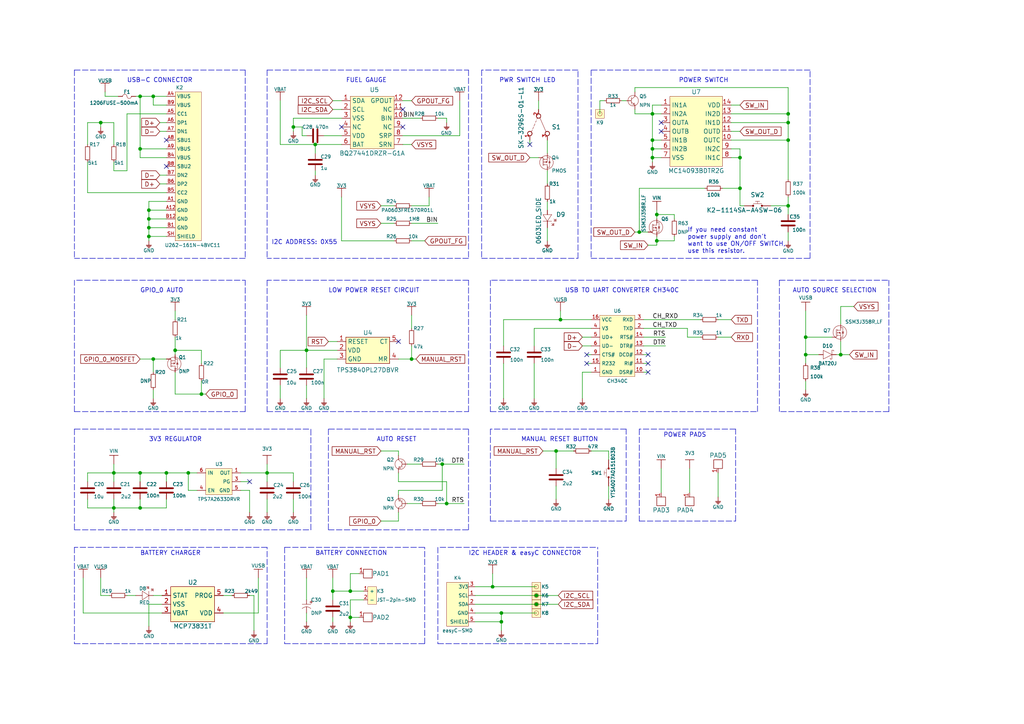
<source format=kicad_sch>
(kicad_sch (version 20211123) (generator eeschema)
  (paper "A4")
  (title_block (title "Soldered Inkplate PLUS2") (date "2023-04-13") (rev "V1.1.0.") (company "SOLDERED"))
  (junction (at 233.68 102.87))
  (junction (at 48.26 137.16))
  (junction (at 145.415 180.34))
  (junction (at 190.5 62.23))
  (junction (at 129.54 146.05))
  (junction (at 185.42 67.31))
  (junction (at 33.02 147.32))
  (junction (at 189.23 43.18))
  (junction (at 119.38 104.14))
  (junction (at 214.63 45.72))
  (junction (at 43.18 68.58))
  (junction (at 40.64 147.32))
  (junction (at 40.64 137.16))
  (junction (at 214.63 54.61))
  (junction (at 77.47 137.16))
  (junction (at 43.18 60.96))
  (junction (at 33.02 137.16))
  (junction (at 43.18 63.5))
  (junction (at 85.09 36.83))
  (junction (at 228.6 35.56))
  (junction (at 142.875 170.18))
  (junction (at 189.23 45.72))
  (junction (at 128.27 134.62))
  (junction (at 228.6 40.64))
  (junction (at 161.29 130.81))
  (junction (at 228.6 33.02))
  (junction (at 44.45 104.14))
  (junction (at 101.6 171.45))
  (junction (at 155.575 172.72))
  (junction (at 44.45 27.94) (diameter 0.9144))
  (junction (at 29.21 35.56))
  (junction (at 91.44 41.91))
  (junction (at 189.23 33.02))
  (junction (at 162.56 92.71))
  (junction (at 155.575 175.26))
  (junction (at 189.23 40.64))
  (junction (at 43.18 66.04))
  (junction (at 228.6 59.69))
  (junction (at 88.9 101.6))
  (junction (at 190.5 69.85))
  (junction (at 96.52 171.45))
  (junction (at 243.84 102.87))
  (junction (at 101.6 179.07))
  (junction (at 58.42 114.3))
  (junction (at 40.64 43.18) (diameter 0.9144))
  (junction (at 54.61 137.16))
  (junction (at 233.68 97.79))
  (junction (at 40.64 27.94) (diameter 0.9144))
  (junction (at 50.8 101.6))
  (junction (at 145.415 177.8))
  (no_connect (at 99.06 36.83))
  (no_connect (at 187.96 107.95))
  (no_connect (at 153.67 41.91))
  (no_connect (at 187.96 102.87))
  (no_connect (at 170.18 102.87))
  (no_connect (at 48.26 48.26))
  (no_connect (at 170.18 105.41))
  (no_connect (at 187.96 105.41))
  (no_connect (at 48.26 40.64))
  (no_connect (at 116.84 36.83))
  (no_connect (at 116.84 31.75))
  (no_connect (at 72.39 139.7))
  (no_connect (at 191.77 35.56))
  (no_connect (at 191.77 38.1))
  (no_connect (at 115.57 99.06))
  (wire (pts (xy 91.44 50.8) (xy 91.44 49.53)))
  (wire (pts (xy 96.52 31.75) (xy 99.06 31.75)))
  (wire (pts (xy 101.6 166.37) (xy 101.6 171.45)))
  (polyline (pts (xy 234.95 74.93) (xy 234.95 20.32)))
  (wire (pts (xy 186.69 92.71) (xy 203.2 92.71)))
  (wire (pts (xy 57.15 142.24) (xy 54.61 142.24)))
  (wire (pts (xy 127 146.05) (xy 129.54 146.05)))
  (wire (pts (xy 87.63 36.83) (xy 85.09 36.83)))
  (wire (pts (xy 34.29 27.94) (xy 30.48 27.94)))
  (wire (pts (xy 170.18 102.87) (xy 171.45 102.87)))
  (wire (pts (xy 88.9 101.6) (xy 88.9 106.68)))
  (wire (pts (xy 93.98 39.37) (xy 99.06 39.37)))
  (polyline (pts (xy 21.59 119.38) (xy 71.12 119.38)))
  (wire (pts (xy 25.4 144.78) (xy 25.4 147.32)))
  (wire (pts (xy 57.15 137.16) (xy 54.61 137.16)))
  (wire (pts (xy 73.66 172.72) (xy 73.66 182.88)))
  (wire (pts (xy 101.6 180.34) (xy 101.6 179.07)))
  (polyline (pts (xy 71.12 119.38) (xy 71.12 81.28)))
  (wire (pts (xy 190.5 60.96) (xy 190.5 62.23)))
  (wire (pts (xy 161.29 140.97) (xy 161.29 144.78)))
  (wire (pts (xy 243.84 102.87) (xy 246.38 102.87)))
  (wire (pts (xy 195.58 69.85) (xy 190.5 69.85)))
  (wire (pts (xy 40.64 43.18) (xy 48.26 43.18)))
  (wire (pts (xy 87.63 39.37) (xy 87.63 36.83)))
  (wire (pts (xy 97.79 101.6) (xy 88.9 101.6)))
  (wire (pts (xy 119.38 69.85) (xy 123.19 69.85)))
  (polyline (pts (xy 171.45 74.93) (xy 234.95 74.93)))
  (wire (pts (xy 119.38 91.44) (xy 119.38 95.25)))
  (wire (pts (xy 72.39 172.72) (xy 73.66 172.72)))
  (wire (pts (xy 40.64 27.94) (xy 44.45 27.94)))
  (polyline (pts (xy 173.355 186.69) (xy 173.355 158.75)))
  (polyline (pts (xy 167.64 74.93) (xy 167.64 20.32)))
  (wire (pts (xy 142.875 170.18) (xy 155.575 170.18)))
  (wire (pts (xy 153.67 40.64) (xy 153.67 41.91)))
  (wire (pts (xy 168.91 107.95) (xy 171.45 107.95)))
  (wire (pts (xy 134.62 134.62) (xy 128.27 134.62)))
  (wire (pts (xy 185.42 54.61) (xy 204.47 54.61)))
  (wire (pts (xy 228.6 59.69) (xy 228.6 62.23)))
  (wire (pts (xy 81.28 41.91) (xy 91.44 41.91)))
  (wire (pts (xy 33.02 134.62) (xy 33.02 137.16)))
  (polyline (pts (xy 95.25 124.46) (xy 95.25 153.67)))
  (wire (pts (xy 40.64 144.78) (xy 40.64 147.32)))
  (polyline (pts (xy 213.36 151.13) (xy 213.36 124.46)))
  (wire (pts (xy 134.62 146.05) (xy 129.54 146.05)))
  (wire (pts (xy 118.11 146.05) (xy 121.92 146.05)))
  (wire (pts (xy 242.57 102.87) (xy 243.84 102.87)))
  (wire (pts (xy 99.06 69.85) (xy 114.3 69.85)))
  (wire (pts (xy 233.68 97.79) (xy 241.3 97.79)))
  (wire (pts (xy 110.49 64.77) (xy 114.3 64.77)))
  (wire (pts (xy 189.23 40.64) (xy 189.23 43.18)))
  (wire (pts (xy 137.795 170.18) (xy 142.875 170.18)))
  (polyline (pts (xy 82.55 186.69) (xy 123.19 186.69)))
  (wire (pts (xy 29.21 172.72) (xy 31.75 172.72)))
  (wire (pts (xy 233.68 110.49) (xy 233.68 113.03)))
  (wire (pts (xy 85.09 144.78) (xy 85.09 148.59)))
  (wire (pts (xy 25.4 55.88) (xy 48.26 55.88)))
  (polyline (pts (xy 82.55 158.75) (xy 123.19 158.75)))
  (wire (pts (xy 69.85 139.7) (xy 72.39 139.7)))
  (wire (pts (xy 44.45 27.94) (xy 48.26 27.94)))
  (wire (pts (xy 162.56 90.17) (xy 162.56 92.71)))
  (wire (pts (xy 228.6 67.31) (xy 228.6 69.85)))
  (wire (pts (xy 81.28 101.6) (xy 88.9 101.6)))
  (wire (pts (xy 195.58 63.5) (xy 195.58 62.23)))
  (wire (pts (xy 158.75 66.04) (xy 158.75 69.85)))
  (wire (pts (xy 104.14 166.37) (xy 101.6 166.37)))
  (polyline (pts (xy 135.89 74.93) (xy 77.47 74.93)))
  (wire (pts (xy 48.26 45.72) (xy 40.64 45.72)))
  (wire (pts (xy 129.54 139.7) (xy 129.54 146.05)))
  (wire (pts (xy 119.38 59.69) (xy 124.46 59.69)))
  (polyline (pts (xy 22.225 81.28) (xy 71.12 81.28)))
  (polyline (pts (xy 21.59 153.67) (xy 90.17 153.67)))
  (wire (pts (xy 154.94 105.41) (xy 154.94 115.57)))
  (wire (pts (xy 64.77 172.72) (xy 67.31 172.72)))
  (wire (pts (xy 91.44 41.91) (xy 99.06 41.91)))
  (wire (pts (xy 162.56 92.71) (xy 171.45 92.71)))
  (wire (pts (xy 215.9 59.69) (xy 214.63 59.69)))
  (wire (pts (xy 156.21 29.21) (xy 156.21 31.75)))
  (wire (pts (xy 115.57 143.51) (xy 115.57 142.24)))
  (wire (pts (xy 88.9 177.8) (xy 88.9 180.34)))
  (wire (pts (xy 88.9 167.64) (xy 88.9 173.99)))
  (wire (pts (xy 195.58 62.23) (xy 190.5 62.23)))
  (wire (pts (xy 25.4 137.16) (xy 33.02 137.16)))
  (wire (pts (xy 168.91 100.33) (xy 171.45 100.33)))
  (wire (pts (xy 214.63 45.72) (xy 212.09 45.72)))
  (wire (pts (xy 40.64 104.14) (xy 44.45 104.14)))
  (wire (pts (xy 33.02 144.78) (xy 33.02 147.32)))
  (wire (pts (xy 58.42 105.41) (xy 58.42 101.6)))
  (wire (pts (xy 208.28 97.79) (xy 212.09 97.79)))
  (wire (pts (xy 189.23 30.48) (xy 189.23 33.02)))
  (wire (pts (xy 50.8 107.95) (xy 50.8 114.3)))
  (wire (pts (xy 39.37 172.72) (xy 36.83 172.72)))
  (polyline (pts (xy 77.47 20.32) (xy 135.89 20.32)))
  (wire (pts (xy 29.21 35.56) (xy 29.21 36.83)))
  (wire (pts (xy 96.52 171.45) (xy 96.52 173.99)))
  (wire (pts (xy 50.8 90.17) (xy 50.8 92.71)))
  (polyline (pts (xy 185.42 124.46) (xy 185.42 151.13)))
  (wire (pts (xy 25.4 35.56) (xy 29.21 35.56)))
  (wire (pts (xy 96.52 179.07) (xy 96.52 180.34)))
  (wire (pts (xy 69.85 137.16) (xy 77.47 137.16)))
  (wire (pts (xy 40.64 43.18) (xy 40.64 27.94)))
  (polyline (pts (xy 82.55 158.75) (xy 82.55 186.69)))
  (wire (pts (xy 99.06 57.15) (xy 99.06 69.85)))
  (wire (pts (xy 214.63 43.18) (xy 214.63 45.72)))
  (wire (pts (xy 233.68 102.87) (xy 233.68 97.79)))
  (wire (pts (xy 48.26 33.02) (xy 36.83 33.02)))
  (wire (pts (xy 40.64 137.16) (xy 40.64 139.7)))
  (wire (pts (xy 77.47 144.78) (xy 77.47 148.59)))
  (wire (pts (xy 101.6 179.07) (xy 101.6 173.99)))
  (polyline (pts (xy 139.7 20.32) (xy 139.7 74.93)))
  (wire (pts (xy 184.15 26.67) (xy 184.15 25.4)))
  (wire (pts (xy 33.02 137.16) (xy 33.02 139.7)))
  (wire (pts (xy 64.77 177.8) (xy 74.93 177.8)))
  (polyline (pts (xy 21.59 186.69) (xy 77.47 186.69)))
  (wire (pts (xy 184.15 67.31) (xy 185.42 67.31)))
  (wire (pts (xy 88.9 111.76) (xy 88.9 115.57)))
  (wire (pts (xy 191.77 43.18) (xy 189.23 43.18)))
  (polyline (pts (xy 77.47 186.69) (xy 77.47 158.75)))
  (wire (pts (xy 115.57 130.81) (xy 115.57 132.08)))
  (wire (pts (xy 44.45 104.14) (xy 44.45 107.95)))
  (wire (pts (xy 146.05 100.33) (xy 146.05 92.71)))
  (wire (pts (xy 208.28 92.71) (xy 212.09 92.71)))
  (wire (pts (xy 158.75 58.42) (xy 158.75 60.96)))
  (wire (pts (xy 200.025 135.89) (xy 200.025 142.875)))
  (wire (pts (xy 101.6 171.45) (xy 105.41 171.45)))
  (wire (pts (xy 190.5 62.23) (xy 190.5 63.5)))
  (wire (pts (xy 39.37 27.94) (xy 40.64 27.94)))
  (wire (pts (xy 175.26 29.21) (xy 173.99 29.21)))
  (wire (pts (xy 48.26 137.16) (xy 48.26 139.7)))
  (wire (pts (xy 186.69 100.33) (xy 193.04 100.33)))
  (wire (pts (xy 137.795 175.26) (xy 155.575 175.26)))
  (wire (pts (xy 153.67 45.72) (xy 156.21 45.72)))
  (wire (pts (xy 85.09 139.7) (xy 85.09 137.16)))
  (wire (pts (xy 99.06 29.21) (xy 96.52 29.21)))
  (wire (pts (xy 137.795 180.34) (xy 145.415 180.34)))
  (wire (pts (xy 48.26 30.48) (xy 44.45 30.48)))
  (wire (pts (xy 212.09 35.56) (xy 228.6 35.56)))
  (polyline (pts (xy 77.47 158.75) (xy 21.59 158.75)))
  (wire (pts (xy 85.09 36.83) (xy 85.09 34.29)))
  (wire (pts (xy 93.98 104.14) (xy 93.98 115.57)))
  (wire (pts (xy 25.4 46.99) (xy 25.4 55.88)))
  (wire (pts (xy 199.39 95.25) (xy 186.69 95.25)))
  (polyline (pts (xy 21.59 20.32) (xy 21.59 74.93)) (stroke (width 0) (type dash)))
  (wire (pts (xy 233.68 102.87) (xy 233.68 105.41)))
  (wire (pts (xy 46.355 38.1) (xy 48.26 38.1)))
  (wire (pts (xy 168.91 97.79) (xy 171.45 97.79)))
  (wire (pts (xy 119.38 100.33) (xy 119.38 104.14)))
  (polyline (pts (xy 21.59 124.46) (xy 21.59 153.67)))
  (wire (pts (xy 154.94 95.25) (xy 171.45 95.25)))
  (wire (pts (xy 48.26 137.16) (xy 40.64 137.16)))
  (wire (pts (xy 121.92 34.29) (xy 116.84 34.29)))
  (wire (pts (xy 189.23 33.02) (xy 189.23 40.64)))
  (wire (pts (xy 46.99 175.26) (xy 43.18 175.26)))
  (wire (pts (xy 237.49 102.87) (xy 233.68 102.87)))
  (wire (pts (xy 72.39 142.24) (xy 72.39 148.59)))
  (wire (pts (xy 54.61 137.16) (xy 48.26 137.16)))
  (polyline (pts (xy 127 158.75) (xy 127 186.69)))
  (wire (pts (xy 146.05 105.41) (xy 146.05 115.57)))
  (wire (pts (xy 24.13 177.8) (xy 24.13 167.64)))
  (wire (pts (xy 118.11 134.62) (xy 121.92 134.62)))
  (wire (pts (xy 191.77 40.64) (xy 189.23 40.64)))
  (wire (pts (xy 43.18 63.5) (xy 48.26 63.5)))
  (wire (pts (xy 43.18 68.58) (xy 43.18 69.85)))
  (polyline (pts (xy 21.59 158.75) (xy 21.59 186.69)))
  (polyline (pts (xy 142.24 119.38) (xy 219.71 119.38)))
  (polyline (pts (xy 77.47 119.38) (xy 135.89 119.38)))
  (wire (pts (xy 184.15 33.02) (xy 189.23 33.02)))
  (wire (pts (xy 186.69 102.87) (xy 187.96 102.87)))
  (wire (pts (xy 44.45 113.03) (xy 44.45 115.57)))
  (polyline (pts (xy 77.47 81.28) (xy 77.47 119.38)))
  (wire (pts (xy 137.795 177.8) (xy 145.415 177.8)))
  (wire (pts (xy 191.77 135.89) (xy 191.77 142.875)))
  (wire (pts (xy 115.57 151.13) (xy 115.57 148.59)))
  (polyline (pts (xy 71.12 74.93) (xy 21.59 74.93)) (stroke (width 0) (type dash)))
  (wire (pts (xy 212.09 33.02) (xy 228.6 33.02)))
  (wire (pts (xy 185.42 67.31) (xy 187.96 67.31)))
  (wire (pts (xy 43.18 68.58) (xy 48.26 68.58)))
  (wire (pts (xy 58.42 110.49) (xy 58.42 114.3)))
  (wire (pts (xy 36.83 33.02) (xy 36.83 49.53)))
  (wire (pts (xy 43.18 63.5) (xy 43.18 66.04)))
  (wire (pts (xy 155.575 175.26) (xy 161.925 175.26)))
  (wire (pts (xy 88.9 101.6) (xy 88.9 91.44)))
  (polyline (pts (xy 185.42 151.13) (xy 213.36 151.13)))
  (wire (pts (xy 85.09 137.16) (xy 77.47 137.16)))
  (wire (pts (xy 124.46 57.15) (xy 124.46 59.69)))
  (wire (pts (xy 127 34.29) (xy 129.54 34.29)))
  (wire (pts (xy 186.69 105.41) (xy 187.96 105.41)))
  (wire (pts (xy 129.54 34.29) (xy 129.54 35.56)))
  (wire (pts (xy 50.8 97.79) (xy 50.8 101.6)))
  (polyline (pts (xy 135.89 153.67) (xy 135.89 124.46)))
  (polyline (pts (xy 142.24 81.28) (xy 142.24 119.38)))
  (wire (pts (xy 29.21 167.64) (xy 29.21 172.72)))
  (wire (pts (xy 212.09 40.64) (xy 228.6 40.64)))
  (wire (pts (xy 161.29 135.89) (xy 161.29 130.81)))
  (polyline (pts (xy 95.25 153.67) (xy 135.89 153.67)))
  (wire (pts (xy 115.57 139.7) (xy 129.54 139.7)))
  (wire (pts (xy 128.27 142.24) (xy 128.27 134.62)))
  (polyline (pts (xy 127 186.69) (xy 173.355 186.69)))
  (polyline (pts (xy 234.95 20.32) (xy 171.45 20.32)))
  (polyline (pts (xy 142.24 151.13) (xy 181.61 151.13)))
  (wire (pts (xy 187.96 71.12) (xy 190.5 71.12)))
  (wire (pts (xy 46.355 53.34) (xy 48.26 53.34)))
  (wire (pts (xy 214.63 59.69) (xy 214.63 54.61)))
  (wire (pts (xy 146.05 92.71) (xy 162.56 92.71)))
  (wire (pts (xy 137.795 172.72) (xy 155.575 172.72)))
  (wire (pts (xy 228.6 25.4) (xy 228.6 33.02)))
  (wire (pts (xy 85.09 34.29) (xy 99.06 34.29)))
  (wire (pts (xy 58.42 114.3) (xy 50.8 114.3)))
  (wire (pts (xy 44.45 104.14) (xy 48.26 104.14)))
  (wire (pts (xy 91.44 44.45) (xy 91.44 41.91)))
  (wire (pts (xy 186.69 97.79) (xy 193.04 97.79)))
  (wire (pts (xy 195.58 68.58) (xy 195.58 69.85)))
  (polyline (pts (xy 90.17 153.67) (xy 90.17 124.46)))
  (wire (pts (xy 243.84 102.87) (xy 243.84 99.06)))
  (polyline (pts (xy 219.71 81.28) (xy 142.24 81.28)))
  (wire (pts (xy 157.48 130.81) (xy 161.29 130.81)))
  (wire (pts (xy 58.42 101.6) (xy 50.8 101.6)))
  (wire (pts (xy 190.5 68.58) (xy 190.5 69.85)))
  (wire (pts (xy 116.84 39.37) (xy 133.35 39.37)))
  (wire (pts (xy 115.57 142.24) (xy 128.27 142.24)))
  (wire (pts (xy 127 134.62) (xy 128.27 134.62)))
  (wire (pts (xy 69.85 142.24) (xy 72.39 142.24)))
  (wire (pts (xy 33.02 41.91) (xy 33.02 35.56)))
  (wire (pts (xy 228.6 35.56) (xy 228.6 40.64)))
  (wire (pts (xy 243.84 88.9) (xy 243.84 93.98)))
  (wire (pts (xy 33.02 147.32) (xy 33.02 148.59)))
  (wire (pts (xy 30.48 27.94) (xy 30.48 26.67)))
  (polyline (pts (xy 135.89 81.28) (xy 77.47 81.28)))
  (polyline (pts (xy 77.47 20.32) (xy 77.47 74.93)))
  (wire (pts (xy 46.355 35.56) (xy 48.26 35.56)))
  (wire (pts (xy 40.64 147.32) (xy 33.02 147.32)))
  (wire (pts (xy 158.75 49.53) (xy 158.75 53.34)))
  (wire (pts (xy 77.47 137.16) (xy 77.47 139.7)))
  (wire (pts (xy 228.6 57.15) (xy 228.6 59.69)))
  (wire (pts (xy 186.69 107.95) (xy 187.96 107.95)))
  (polyline (pts (xy 127.635 158.75) (xy 173.355 158.75)))
  (wire (pts (xy 43.18 66.04) (xy 48.26 66.04)))
  (wire (pts (xy 25.4 147.32) (xy 33.02 147.32)))
  (wire (pts (xy 170.18 105.41) (xy 171.45 105.41)))
  (wire (pts (xy 168.91 115.57) (xy 168.91 107.95)))
  (wire (pts (xy 176.53 130.81) (xy 176.53 133.35)))
  (polyline (pts (xy 135.89 124.46) (xy 95.25 124.46)))
  (wire (pts (xy 43.18 175.26) (xy 43.18 181.61)))
  (wire (pts (xy 33.02 49.53) (xy 33.02 46.99)))
  (wire (pts (xy 190.5 69.85) (xy 190.5 71.12)))
  (wire (pts (xy 203.2 97.79) (xy 199.39 97.79)))
  (wire (pts (xy 155.575 172.72) (xy 161.925 172.72)))
  (wire (pts (xy 161.29 130.81) (xy 166.37 130.81)))
  (wire (pts (xy 158.75 40.64) (xy 158.75 44.45)))
  (wire (pts (xy 115.57 104.14) (xy 119.38 104.14)))
  (wire (pts (xy 40.64 43.18) (xy 40.64 45.72)))
  (polyline (pts (xy 213.36 124.46) (xy 185.42 124.46)))
  (wire (pts (xy 247.65 88.9) (xy 243.84 88.9)))
  (wire (pts (xy 171.45 130.81) (xy 176.53 130.81)))
  (wire (pts (xy 43.18 66.04) (xy 43.18 68.58)))
  (polyline (pts (xy 226.06 81.28) (xy 226.06 119.38)))
  (polyline (pts (xy 226.06 81.28) (xy 257.81 81.28)))
  (wire (pts (xy 115.57 137.16) (xy 115.57 139.7)))
  (polyline (pts (xy 142.24 124.46) (xy 142.24 151.13)))
  (wire (pts (xy 119.38 29.21) (xy 116.84 29.21)))
  (wire (pts (xy 25.4 139.7) (xy 25.4 137.16)))
  (wire (pts (xy 191.77 33.02) (xy 189.23 33.02)))
  (wire (pts (xy 173.99 29.21) (xy 173.99 33.02)))
  (wire (pts (xy 74.93 167.64) (xy 74.93 177.8)))
  (wire (pts (xy 119.38 104.14) (xy 120.65 104.14)))
  (wire (pts (xy 44.45 30.48) (xy 44.45 27.94)))
  (wire (pts (xy 43.18 60.96) (xy 43.18 63.5)))
  (wire (pts (xy 212.09 43.18) (xy 214.63 43.18)))
  (wire (pts (xy 33.02 35.56) (xy 29.21 35.56)))
  (wire (pts (xy 88.9 39.37) (xy 87.63 39.37)))
  (wire (pts (xy 40.64 137.16) (xy 33.02 137.16)))
  (polyline (pts (xy 21.59 119.38) (xy 21.59 81.28)))
  (polyline (pts (xy 71.12 20.32) (xy 71.12 74.93)) (stroke (width 0) (type dash)))
  (wire (pts (xy 208.28 137.16) (xy 208.28 144.145)))
  (polyline (pts (xy 135.89 20.32) (xy 135.89 74.93)))
  (wire (pts (xy 43.18 60.96) (xy 48.26 60.96)))
  (polyline (pts (xy 219.71 119.38) (xy 219.71 81.28)))
  (wire (pts (xy 185.42 54.61) (xy 185.42 67.31)))
  (polyline (pts (xy 181.61 151.13) (xy 181.61 124.46)))
  (wire (pts (xy 101.6 179.07) (xy 104.14 179.07)))
  (wire (pts (xy 81.28 29.21) (xy 81.28 41.91)))
  (wire (pts (xy 81.28 111.76) (xy 81.28 115.57)))
  (polyline (pts (xy 123.19 186.69) (xy 123.19 158.75)))
  (wire (pts (xy 48.26 58.42) (xy 43.18 58.42)))
  (wire (pts (xy 145.415 177.8) (xy 145.415 180.34)))
  (wire (pts (xy 93.98 104.14) (xy 97.79 104.14)))
  (polyline (pts (xy 257.81 81.28) (xy 257.81 119.38)))
  (wire (pts (xy 50.8 101.6) (xy 50.8 102.87)))
  (wire (pts (xy 119.38 64.77) (xy 127 64.77)))
  (wire (pts (xy 96.52 167.64) (xy 96.52 171.45)))
  (wire (pts (xy 214.63 54.61) (xy 214.63 45.72)))
  (wire (pts (xy 119.38 41.91) (xy 116.84 41.91)))
  (wire (pts (xy 176.53 140.97) (xy 176.53 144.78)))
  (wire (pts (xy 212.09 30.48) (xy 214.63 30.48)))
  (wire (pts (xy 142.875 170.18) (xy 142.875 166.37)))
  (polyline (pts (xy 21.59 20.32) (xy 71.12 20.32)) (stroke (width 0) (type dash)))
  (wire (pts (xy 95.25 99.06) (xy 97.79 99.06)))
  (wire (pts (xy 46.355 50.8) (xy 48.26 50.8)))
  (wire (pts (xy 110.49 130.81) (xy 115.57 130.81)))
  (wire (pts (xy 228.6 40.64) (xy 228.6 52.07)))
  (wire (pts (xy 191.77 45.72) (xy 189.23 45.72)))
  (wire (pts (xy 189.23 43.18) (xy 189.23 45.72)))
  (wire (pts (xy 48.26 144.78) (xy 48.26 147.32)))
  (wire (pts (xy 223.52 59.69) (xy 228.6 59.69)))
  (wire (pts (xy 85.09 38.1) (xy 85.09 36.83)))
  (wire (pts (xy 145.415 180.34) (xy 145.415 182.88)))
  (polyline (pts (xy 171.45 20.32) (xy 171.45 74.93)))
  (wire (pts (xy 96.52 171.45) (xy 101.6 171.45)))
  (wire (pts (xy 180.34 29.21) (xy 181.61 29.21)))
  (wire (pts (xy 59.69 114.3) (xy 58.42 114.3)))
  (wire (pts (xy 199.39 97.79) (xy 199.39 95.25)))
  (wire (pts (xy 43.18 58.42) (xy 43.18 60.96)))
  (wire (pts (xy 48.26 147.32) (xy 40.64 147.32)))
  (wire (pts (xy 154.94 100.33) (xy 154.94 95.25)))
  (wire (pts (xy 228.6 33.02) (xy 228.6 35.56)))
  (polyline (pts (xy 139.7 74.93) (xy 167.64 74.93)))
  (wire (pts (xy 145.415 177.8) (xy 155.575 177.8)))
  (wire (pts (xy 184.15 25.4) (xy 228.6 25.4)))
  (wire (pts (xy 189.23 45.72) (xy 189.23 46.99)))
  (wire (pts (xy 81.28 106.68) (xy 81.28 101.6)))
  (wire (pts (xy 233.68 90.17) (xy 233.68 97.79)))
  (wire (pts (xy 25.4 41.91) (xy 25.4 35.56)))
  (polyline (pts (xy 167.64 20.32) (xy 139.7 20.32)))
  (wire (pts (xy 212.09 38.1) (xy 214.63 38.1)))
  (wire (pts (xy 110.49 151.13) (xy 115.57 151.13)))
  (wire (pts (xy 54.61 142.24) (xy 54.61 137.16)))
  (wire (pts (xy 184.15 33.02) (xy 184.15 31.75)))
  (polyline (pts (xy 181.61 124.46) (xy 142.24 124.46)))
  (wire (pts (xy 24.13 177.8) (xy 46.99 177.8)))
  (polyline (pts (xy 135.89 119.38) (xy 135.89 81.28)))
  (wire (pts (xy 44.45 172.72) (xy 46.99 172.72)))
  (wire (pts (xy 209.55 54.61) (xy 214.63 54.61)))
  (wire (pts (xy 36.83 49.53) (xy 33.02 49.53)))
  (wire (pts (xy 77.47 134.62) (xy 77.47 137.16)))
  (wire (pts (xy 191.77 30.48) (xy 189.23 30.48)))
  (wire (pts (xy 110.49 59.69) (xy 114.3 59.69)))
  (wire (pts (xy 101.6 173.99) (xy 105.41 173.99)))
  (polyline (pts (xy 257.81 119.38) (xy 226.06 119.38)))
  (polyline (pts (xy 21.59 124.46) (xy 90.17 124.46)))
  (wire (pts (xy 133.35 39.37) (xy 133.35 29.21)))
  (text "USB-C CONNECTOR\n" (at 55.88 24.13 180) (effects (font (size 1.27 1.27)) (justify right bottom)))
  (text "AUTO SOURCE SELECTION" (at 229.87 85.09 0) (effects (font (size 1.27 1.27)) (justify left bottom)))
  (text "FUEL GAUGE" (at 100.33 24.13 0) (effects (font (size 1.27 1.27)) (justify left bottom)))
  (text "MANUAL RESET BUTTON" (at 151.13 128.27 0) (effects (font (size 1.27 1.27)) (justify left bottom)))
  (text "GPIO_0 AUTO" (at 40.64 85.09 0) (effects (font (size 1.27 1.27)) (justify left bottom)))
  (text "3V3 REGULATOR" (at 43.18 128.27 0) (effects (font (size 1.27 1.27)) (justify left bottom)))
  (text "PWR SWITCH LED\n" (at 144.78 24.13 0) (effects (font (size 1.27 1.27)) (justify left bottom)))
  (text "USB TO UART CONVERTER CH340C" (at 163.83 85.09 0) (effects (font (size 1.27 1.27)) (justify left bottom)))
  (text "BATTERY CONNECTION" (at 91.44 161.29 0) (effects (font (size 1.27 1.27)) (justify left bottom)))
  (text "POWER SWITCH" (at 196.85 24.13 0) (effects (font (size 1.27 1.27)) (justify left bottom)))
  (text "If you need constant\npower supply and don't\nwant to use ON/OFF SWITCH,\nuse this resistor." (at 199.39 73.66 0) (effects (font (size 1.27 1.27)) (justify left bottom)))
  (text "I2C HEADER & easyC CONNECTOR" (at 135.89 161.29 0) (effects (font (size 1.27 1.27)) (justify left bottom)))
  (text "LOW POWER RESET CIRCUIT " (at 95.25 85.09 0) (effects (font (size 1.27 1.27)) (justify left bottom)))
  (text "AUTO RESET" (at 109.22 128.27 0) (effects (font (size 1.27 1.27)) (justify left bottom)))
  (text "POWER PADS\n" (at 192.405 127 0) (effects (font (size 1.27 1.27)) (justify left bottom)))
  (text "I2C ADDRESS: 0X55" (at 78.74 71.12 0) (effects (font (size 1.27 1.27)) (justify left bottom)))
  (text "BATTERY CHARGER" (at 40.64 161.29 0) (effects (font (size 1.27 1.27)) (justify left bottom)))
  (label "DTR" (at 193.04 100.33 180))
  (label "CH_RXD" (at 189.23 92.71 0))
  (label "RTS" (at 193.04 97.79 180))
  (label "BIN" (at 116.84 34.29 0))
  (label "DTR" (at 134.62 134.62 180))
  (label "BIN" (at 127 64.77 180))
  (label "CH_TXD" (at 189.23 95.25 0))
  (label "RTS" (at 134.62 146.05 180))
  (global_label "I2C_SDA" (shape input) (at 161.925 175.26 0) (property "Intersheet References" "${INTERSHEET_REFS}" (effects hide)))
  (global_label "MANUAL_RST" (shape input) (at 110.49 130.81 180) (property "Intersheet References" "${INTERSHEET_REFS}" (effects hide)))
  (global_label "SW_OUT_D" (shape input) (at 184.15 67.31 180) (property "Intersheet References" "${INTERSHEET_REFS}" (effects hide)))
  (global_label "SW_IN" (shape input) (at 214.63 30.48 0) (property "Intersheet References" "${INTERSHEET_REFS}" (effects hide)))
  (global_label "MANUAL_RST" (shape input) (at 157.48 130.81 180) (property "Intersheet References" "${INTERSHEET_REFS}" (effects hide)))
  (global_label "SW_IN" (shape input) (at 187.96 71.12 180) (property "Intersheet References" "${INTERSHEET_REFS}" (effects hide)))
  (global_label "GPIO_0" (shape input) (at 110.49 151.13 180) (property "Intersheet References" "${INTERSHEET_REFS}" (effects hide)))
  (global_label "I2C_SDA" (shape input) (at 96.52 31.75 180) (property "Intersheet References" "${INTERSHEET_REFS}" (effects hide)))
  (global_label "VSYS" (shape input) (at 119.38 41.91 0) (property "Intersheet References" "${INTERSHEET_REFS}" (effects hide)))
  (global_label "D-" (shape input) (at 168.91 100.33 180) (property "Intersheet References" "${INTERSHEET_REFS}" (effects hide)))
  (global_label "D-" (shape input) (at 46.355 50.8 180) (property "Intersheet References" "${INTERSHEET_REFS}" (effects hide)))
  (global_label "D+" (shape input) (at 46.355 53.34 180) (property "Intersheet References" "${INTERSHEET_REFS}" (effects hide)))
  (global_label "D+" (shape input) (at 46.355 35.56 180) (property "Intersheet References" "${INTERSHEET_REFS}" (effects hide)))
  (global_label "RXD" (shape input) (at 212.09 97.79 0) (property "Intersheet References" "${INTERSHEET_REFS}" (effects hide)))
  (global_label "MANUAL_RST" (shape input) (at 120.65 104.14 0) (property "Intersheet References" "${INTERSHEET_REFS}" (effects hide)))
  (global_label "D-" (shape input) (at 46.355 38.1 180) (property "Intersheet References" "${INTERSHEET_REFS}" (effects hide)))
  (global_label "RST" (shape input) (at 95.25 99.06 180) (property "Intersheet References" "${INTERSHEET_REFS}" (effects hide)))
  (global_label "I2C_SCL" (shape input) (at 96.52 29.21 180) (property "Intersheet References" "${INTERSHEET_REFS}" (effects hide)))
  (global_label "SW_OUT_D" (shape input) (at 153.67 45.72 180) (property "Intersheet References" "${INTERSHEET_REFS}" (effects hide)))
  (global_label "D+" (shape input) (at 168.91 97.79 180) (property "Intersheet References" "${INTERSHEET_REFS}" (effects hide)))
  (global_label "I2C_SCL" (shape input) (at 161.925 172.72 0) (property "Intersheet References" "${INTERSHEET_REFS}" (effects hide)))
  (global_label "GPIO_0_MOSFET" (shape input) (at 40.64 104.14 180) (property "Intersheet References" "${INTERSHEET_REFS}" (effects hide)))
  (global_label "GPOUT_FG" (shape input) (at 123.19 69.85 0) (property "Intersheet References" "${INTERSHEET_REFS}" (effects hide)))
  (global_label "SW_IN" (shape input) (at 246.38 102.87 0) (property "Intersheet References" "${INTERSHEET_REFS}" (effects hide)))
  (global_label "GPOUT_FG" (shape input) (at 119.38 29.21 0) (property "Intersheet References" "${INTERSHEET_REFS}" (effects hide)))
  (global_label "TXD" (shape input) (at 212.09 92.71 0) (property "Intersheet References" "${INTERSHEET_REFS}" (effects hide)))
  (global_label "VSYS" (shape input) (at 247.65 88.9 0) (property "Intersheet References" "${INTERSHEET_REFS}" (effects hide)))
  (global_label "SW_OUT_D" (shape input) (at 214.63 38.1 0) (property "Intersheet References" "${INTERSHEET_REFS}" (effects hide)))
  (global_label "VSYS" (shape input) (at 110.49 64.77 180) (property "Intersheet References" "${INTERSHEET_REFS}" (effects hide)))
  (global_label "GPIO_0" (shape input) (at 59.69 114.3 0) (property "Intersheet References" "${INTERSHEET_REFS}" (effects hide)))
  (global_label "VSYS" (shape input) (at 110.49 59.69 180) (property "Intersheet References" "${INTERSHEET_REFS}" (effects hide)))
  (symbol (lib_id "e-radionica.com schematics:GND") (at 228.6 69.85 0) (unit 1)
    (property "Reference" "#PWR0102" (effects hide))
    (property "Value" "GND" (at 228.6 72.771 0) (effects (font (size 1 1))))
  )
  (symbol (lib_id "e-radionica.com schematics:VBAT") (at 124.46 57.15 0) (unit 1)
    (property "Reference" "#PWR087" (effects hide))
    (property "Value" "VBAT" (at 124.46 53.848 0) (effects (font (size 1 1))))
  )
  (symbol (lib_id "e-radionica.com schematics:GND") (at 29.21 36.83 0) (unit 1)
    (property "Reference" "#PWR058" (effects hide))
    (property "Value" "GND" (at 29.21 39.624 0) (effects (font (size 1 1))))
  )
  (symbol (lib_id "e-radionica.com schematics:HEADER_MALE_1X1_Inkplate") (at 155.575 170.18 0) (unit 1)
    (property "Reference" "K5" (at 158.115 170.18 0) (effects (font (size 1 1))))
    (property "Value" "HEADER_MALE_1X1_Inkplate" (effects hide))
    (property "Footprint" "e-radionica.com footprinti:HEADER_MALE_1X1_Inkplate" (effects hide))
  )
  (symbol (lib_id "e-radionica.com schematics:HEADER_MALE_1X1_Inkplate") (at 155.575 172.72 0) (unit 1)
    (property "Reference" "K6" (at 158.115 172.72 0) (effects (font (size 1 1))))
    (property "Value" "HEADER_MALE_1X1_Inkplate" (effects hide))
    (property "Footprint" "e-radionica.com footprinti:HEADER_MALE_1X1_Inkplate" (effects hide))
  )
  (symbol (lib_id "e-radionica.com schematics:0603C") (at 96.52 176.53 90) (unit 1)
    (property "Reference" "C31" (at 99.822 175.006 90) (effects (font (size 1 1))))
    (property "Value" "2u2" (at 99.822 178.054 90) (effects (font (size 1 1))))
    (property "Footprint" "e-radionica.com footprinti:0603C" (effects hide))
  )
  (symbol (lib_id "e-radionica.com schematics:1206FUSE") (at 36.83 27.94 0) (unit 1)
    (property "Reference" "F1" (at 36.83 26.67 0) (effects (font (size 1 1))))
    (property "Value" "1206FUSE-500mA" (at 33.02 29.845 0) (effects (font (size 1 1))))
    (property "Footprint" "e-radionica.com footprinti:1206FUSE" (effects hide))
  )
  (symbol (lib_id "e-radionica.com schematics:0603R") (at 33.02 44.45 90) (unit 1)
    (property "Reference" "R18" (at 35.052 41.91 90) (effects (font (size 1 1))))
    (property "Value" "5k1" (at 34.544 47.244 90) (effects (font (size 1 1))))
    (property "Footprint" "e-radionica.com footprinti:0603R" (effects hide))
  )
  (symbol (lib_id "e-radionica.com schematics:GND") (at 189.23 46.99 0) (unit 1)
    (property "Reference" "#PWR0100" (effects hide))
    (property "Value" "GND" (at 189.23 49.911 0) (effects (font (size 1 1))))
  )
  (symbol (lib_id "e-radionica.com schematics:0603R") (at 119.38 97.79 90) (unit 1)
    (property "Reference" "R27" (at 119.888 95.25 90) (effects (font (size 1 1)) (justify right)))
    (property "Value" "47k" (at 119.888 100.584 90) (effects (font (size 1 1)) (justify right)))
    (property "Footprint" "e-radionica.com footprinti:0603R" (effects hide))
  )
  (symbol (lib_id "e-radionica.com schematics:MC14093BDTR2G") (at 201.93 41.91 0) (unit 1)
    (property "Reference" "U7" (at 201.93 26.67 0))
    (property "Value" "MC14093BDTR2G" (at 201.93 49.53 0))
    (property "Footprint" "e-radionica.com footprinti:TSSOP-14" (effects hide))
  )
  (symbol (lib_id "e-radionica.com schematics:0603R") (at 158.75 55.88 270) (unit 1)
    (property "Reference" "R31" (at 160.782 53.34 90) (effects (font (size 1 1))))
    (property "Value" "1k" (at 160.274 58.42 90) (effects (font (size 1 1))))
    (property "Footprint" "e-radionica.com footprinti:0603R" (effects hide))
  )
  (symbol (lib_id "e-radionica.com schematics:NPN-SOT-23-3") (at 184.15 29.21 0) (unit 1)
    (property "Reference" "Q5" (at 185.42 27.94 0) (effects (font (size 1 1)) (justify left)))
    (property "Value" "NPN" (at 185.42 30.48 0) (effects (font (size 1 1)) (justify left)))
    (property "Footprint" "e-radionica.com footprinti:SOT-23-3" (effects hide))
  )
  (symbol (lib_id "e-radionica.com schematics:GND") (at 154.94 115.57 0) (unit 1)
    (property "Reference" "#PWR093" (effects hide))
    (property "Value" "GND" (at 154.94 118.364 0) (effects (font (size 1 1))))
  )
  (symbol (lib_id "e-radionica.com schematics:NPN-SOT-23-3") (at 115.57 134.62 0) (mirror y) (unit 1)
    (property "Reference" "Q2" (at 114.3 133.35 0) (effects (font (size 1 1)) (justify left)))
    (property "Value" "NPN" (at 114.3 135.89 0) (effects (font (size 1 1)) (justify left)))
    (property "Footprint" "e-radionica.com footprinti:SOT-23-3" (effects hide))
  )
  (symbol (lib_id "e-radionica.com schematics:PAD_4x4") (at 200.025 145.415 270) (unit 1)
    (property "Reference" "PAD4" (at 201.295 147.955 90) (effects (justify right)))
    (property "Value" "PAD_4x4" (effects hide))
    (property "Footprint" "e-radionica.com footprinti:PAD_4x4" (effects hide))
  )
  (symbol (lib_id "e-radionica.com schematics:PAD_4x4") (at 106.68 179.07 0) (unit 1)
    (property "Reference" "PAD2" (at 107.95 179.07 0) (effects (justify left)))
    (property "Value" "PAD_4x4" (effects hide))
    (property "Footprint" "e-radionica.com footprinti:PAD_4x4" (effects hide))
  )
  (symbol (lib_id "e-radionica.com schematics:GND") (at 146.05 115.57 0) (unit 1)
    (property "Reference" "#PWR092" (effects hide))
    (property "Value" "GND" (at 146.05 118.364 0) (effects (font (size 1 1))))
  )
  (symbol (lib_id "e-radionica.com schematics:0603R") (at 116.84 64.77 0) (unit 1)
    (property "Reference" "R25" (at 113.538 63.5 0) (effects (font (size 1 1))))
    (property "Value" "1M8" (at 120.142 63.5 0) (effects (font (size 1 1))))
    (property "Footprint" "e-radionica.com footprinti:0603R" (effects hide))
  )
  (symbol (lib_id "e-radionica.com schematics:GND") (at 161.29 144.78 0) (unit 1)
    (property "Reference" "#PWR096" (effects hide))
    (property "Value" "GND" (at 161.29 147.574 0) (effects (font (size 1 1))))
  )
  (symbol (lib_id "e-radionica.com schematics:GND") (at 88.9 180.34 0) (unit 1)
    (property "Reference" "#PWR079" (effects hide))
    (property "Value" "GND" (at 88.9 183.134 0) (effects (font (size 1 1))))
  )
  (symbol (lib_id "e-radionica.com schematics:0603C") (at 33.02 142.24 90) (unit 1)
    (property "Reference" "C21" (at 34.798 140.462 90) (effects (font (size 1 1)) (justify right)))
    (property "Value" "2u2" (at 35.052 144.018 90) (effects (font (size 1 1)) (justify right)))
    (property "Footprint" "e-radionica.com footprinti:0603C" (effects hide))
  )
  (symbol (lib_id "e-radionica.com schematics:0603R") (at 58.42 107.95 90) (unit 1)
    (property "Reference" "R22" (at 58.928 105.41 90) (effects (font (size 1 1)) (justify right)))
    (property "Value" "0R" (at 58.42 110.744 90) (effects (font (size 1 1)) (justify right)))
    (property "Footprint" "e-radionica.com footprinti:0603R" (effects hide))
  )
  (symbol (lib_id "e-radionica.com schematics:0603R") (at 195.58 66.04 270) (unit 1)
    (property "Reference" "R63" (at 198.12 64.77 90) (effects (font (size 1 1))))
    (property "Value" "DNP" (at 198.12 67.31 90) (effects (font (size 1 1))))
    (property "Footprint" "e-radionica.com footprinti:0603R" (effects hide))
  )
  (symbol (lib_id "e-radionica.com schematics:0603C") (at 146.05 102.87 90) (unit 1)
    (property "Reference" "C32" (at 149.352 101.346 90) (effects (font (size 1 1))))
    (property "Value" "100n" (at 149.86 104.394 90) (effects (font (size 1 1))))
    (property "Footprint" "e-radionica.com footprinti:0603C" (effects hide))
  )
  (symbol (lib_id "e-radionica.com schematics:0603R") (at 116.84 59.69 0) (unit 1)
    (property "Reference" "R24" (at 115.062 58.42 0) (effects (font (size 1 1)) (justify right)))
    (property "Value" "PA0603FRE570R01L" (at 125.73 60.96 0) (effects (font (size 1 1)) (justify right)))
    (property "Footprint" "e-radionica.com footprinti:0603R" (effects hide))
  )
  (symbol (lib_id "e-radionica.com schematics:0603R") (at 124.46 146.05 0) (unit 1)
    (property "Reference" "R30" (at 121.412 144.78 0) (effects (font (size 1 1))))
    (property "Value" "10k" (at 127.508 144.78 0) (effects (font (size 1 1))))
    (property "Footprint" "e-radionica.com footprinti:0603R" (effects hide))
  )
  (symbol (lib_id "e-radionica.com schematics:0603C") (at 161.29 138.43 90) (unit 1)
    (property "Reference" "C34" (at 164.592 136.906 90) (effects (font (size 1 1))))
    (property "Value" "2u2" (at 164.592 140.208 90) (effects (font (size 1 1))))
    (property "Footprint" "e-radionica.com footprinti:0603C" (effects hide))
  )
  (symbol (lib_id "e-radionica.com schematics:0603C") (at 91.44 46.99 90) (unit 1)
    (property "Reference" "C29" (at 92.964 45.466 90) (effects (font (size 1 1)) (justify right)))
    (property "Value" "1u" (at 92.964 48.768 90) (effects (font (size 1 1)) (justify right)))
    (property "Footprint" "e-radionica.com footprinti:0603C" (effects hide))
  )
  (symbol (lib_id "e-radionica.com schematics:K2-1114SA-A4SW-06") (at 219.71 59.69 0) (unit 1)
    (property "Reference" "SW2" (at 219.71 56.515 0))
    (property "Value" "K2-1114SA-A4SW-06" (at 215.9 60.96 0))
    (property "Footprint" "e-radionica.com footprinti:K2-1114SA-A4SW-06" (effects hide))
  )
  (symbol (lib_id "e-radionica.com schematics:GND") (at 72.39 148.59 0) (unit 1)
    (property "Reference" "#PWR067" (effects hide))
    (property "Value" "GND" (at 72.39 151.384 0) (effects (font (size 1 1))))
  )
  (symbol (lib_id "e-radionica.com schematics:GND") (at 73.66 182.88 0) (unit 1)
    (property "Reference" "#PWR068" (effects hide))
    (property "Value" "GND" (at 73.66 185.801 0) (effects (font (size 1 1))))
  )
  (symbol (lib_id "e-radionica.com schematics:3V3") (at 50.8 90.17 0) (unit 1)
    (property "Reference" "#PWR066" (effects hide))
    (property "Value" "3V3" (at 50.8 86.868 0) (effects (font (size 1 1))))
  )
  (symbol (lib_id "e-radionica.com schematics:3V3") (at 119.38 91.44 0) (unit 1)
    (property "Reference" "#PWR086" (effects hide))
    (property "Value" "3V3" (at 119.38 88.138 0) (effects (font (size 1 1))))
  )
  (symbol (lib_id "e-radionica.com schematics:VBAT") (at 24.13 167.64 0) (unit 1)
    (property "Reference" "#PWR057" (effects hide))
    (property "Value" "VBAT" (at 24.13 164.338 0) (effects (font (size 1 1))))
  )
  (symbol (lib_id "e-radionica.com schematics:0603R") (at 116.84 69.85 0) (unit 1)
    (property "Reference" "R26" (at 113.538 68.58 0) (effects (font (size 1 1))))
    (property "Value" "10k" (at 119.888 68.58 0) (effects (font (size 1 1))))
    (property "Footprint" "e-radionica.com footprinti:0603R" (effects hide))
  )
  (symbol (lib_id "e-radionica.com schematics:0603R") (at 177.8 29.21 180) (unit 1)
    (property "Reference" "R33" (at 177.8 27.94 0) (effects (font (size 1 1))))
    (property "Value" "1k" (at 177.8 30.48 0) (effects (font (size 1 1))))
    (property "Footprint" "e-radionica.com footprinti:0603R" (effects hide))
  )
  (symbol (lib_id "e-radionica.com schematics:GND") (at 208.28 144.145 0) (unit 1)
    (property "Reference" "#PWR0179" (effects hide))
    (property "Value" "GND" (at 208.28 147.066 0) (effects (font (size 1 1))))
  )
  (symbol (lib_id "e-radionica.com schematics:VIN") (at 33.02 134.62 0) (unit 1)
    (property "Reference" "#PWR061" (effects hide))
    (property "Value" "VIN" (at 33.02 130.81 0) (effects (font (size 1 1))))
  )
  (symbol (lib_id "e-radionica.com schematics:0603R") (at 50.8 95.25 90) (unit 1)
    (property "Reference" "R21" (at 52.832 92.71 90) (effects (font (size 1 1))))
    (property "Value" "1k" (at 51.816 98.044 90) (effects (font (size 1 1))))
    (property "Footprint" "e-radionica.com footprinti:0603R" (effects hide))
  )
  (symbol (lib_id "e-radionica.com schematics:PMOS-SOT-23-3") (at 49.53 105.41 0) (mirror x) (unit 1)
    (property "Reference" "Q1" (at 51.816 103.632 0) (effects (font (size 1 1)) (justify left)))
    (property "Value" "DNP" (at 51.816 107.696 0) (effects (font (size 1 1)) (justify left)))
    (property "Footprint" "e-radionica.com footprinti:SOT-23-3" (effects hide))
  )
  (symbol (lib_id "e-radionica.com schematics:NPN-SOT-23-3") (at 115.57 146.05 180) (unit 1)
    (property "Reference" "Q3" (at 114.3 144.78 0) (effects (font (size 1 1)) (justify left)))
    (property "Value" "NPN" (at 114.3 147.32 0) (effects (font (size 1 1)) (justify left)))
    (property "Footprint" "e-radionica.com footprinti:SOT-23-3" (effects hide))
  )
  (symbol (lib_id "e-radionica.com schematics:U262-161N-4BVC11") (at 52.07 48.26 0) (unit 1)
    (property "Reference" "K2" (at 52.07 25.4 0) (effects (font (size 1 1))))
    (property "Value" "U262-161N-4BVC11" (at 55.88 71.12 0) (effects (font (size 1 1))))
    (property "Footprint" "e-radionica.com footprinti:U262-161N-4BVC11" (effects hide))
  )
  (symbol (lib_id "e-radionica.com schematics:1206C") (at 81.28 109.22 90) (unit 1)
    (property "Reference" "C25" (at 83.058 107.696 90) (effects (font (size 1 1)) (justify right)))
    (property "Value" "10u" (at 83.058 110.998 90) (effects (font (size 1 1)) (justify right)))
    (property "Footprint" "e-radionica.com footprinti:1206C" (effects hide))
  )
  (symbol (lib_id "e-radionica.com schematics:HEADER_MALE_1X1_Inkplate") (at 155.575 175.26 0) (unit 1)
    (property "Reference" "K7" (at 158.115 175.26 0) (effects (font (size 1 1))))
    (property "Value" "HEADER_MALE_1X1_Inkplate" (effects hide))
    (property "Footprint" "e-radionica.com footprinti:HEADER_MALE_1X1_Inkplate" (effects hide))
  )
  (symbol (lib_id "e-radionica.com schematics:PAD_4x4") (at 208.28 134.62 90) (unit 1)
    (property "Reference" "PAD5" (at 205.74 132.08 90) (effects (justify right)))
    (property "Value" "PAD_4x4" (effects hide))
    (property "Footprint" "e-radionica.com footprinti:PAD_4x4" (effects hide))
  )
  (symbol (lib_id "e-radionica.com schematics:HEADER_MALE_1X1_Inkplate") (at 173.99 33.02 0) (unit 1)
    (property "Reference" "K9" (at 173.99 35.56 0) (effects (font (size 1 1))))
    (property "Value" "HEADER_MALE_1X1_Inkplate" (effects hide))
    (property "Footprint" "e-radionica.com footprinti:HEADER_MALE_1X1_Inkplate" (effects hide))
  )
  (symbol (lib_id "e-radionica.com schematics:GND") (at 81.28 115.57 0) (unit 1)
    (property "Reference" "#PWR073" (effects hide))
    (property "Value" "GND" (at 81.28 118.364 0) (effects (font (size 1 1))))
  )
  (symbol (lib_id "e-radionica.com schematics:PAD_4x4") (at 191.77 145.415 270) (unit 1)
    (property "Reference" "PAD3" (at 194.31 147.955 90) (effects (justify right)))
    (property "Value" "PAD_4x4" (effects hide))
    (property "Footprint" "e-radionica.com footprinti:PAD_4x4" (effects hide))
  )
  (symbol (lib_id "e-radionica.com schematics:0603R") (at 44.45 110.49 90) (unit 1)
    (property "Reference" "R20" (at 44.958 107.95 90) (effects (font (size 1 1)) (justify right)))
    (property "Value" "DNP" (at 40.64 110.49 90) (effects (font (size 1 1)) (justify right)))
    (property "Footprint" "e-radionica.com footprinti:0603R" (effects hide))
  )
  (symbol (lib_id "e-radionica.com schematics:0603C") (at 88.9 109.22 90) (unit 1)
    (property "Reference" "C27" (at 90.678 107.696 90) (effects (font (size 1 1)) (justify right)))
    (property "Value" "100n" (at 90.17 110.998 90) (effects (font (size 1 1)) (justify right)))
    (property "Footprint" "e-radionica.com footprinti:0603C" (effects hide))
  )
  (symbol (lib_id "e-radionica.com schematics:0603R") (at 25.4 44.45 90) (unit 1)
    (property "Reference" "R17" (at 27.432 41.91 90) (effects (font (size 1 1))))
    (property "Value" "5k1" (at 26.924 47.244 90) (effects (font (size 1 1))))
    (property "Footprint" "e-radionica.com footprinti:0603R" (effects hide))
  )
  (symbol (lib_id "e-radionica.com schematics:GND") (at 44.45 115.57 0) (unit 1)
    (property "Reference" "#PWR065" (effects hide))
    (property "Value" "GND" (at 44.45 118.364 0) (effects (font (size 1 1))))
  )
  (symbol (lib_id "e-radionica.com schematics:TPS3840PL27DBVR") (at 106.68 101.6 0) (unit 1)
    (property "Reference" "U4" (at 106.68 96.52 0))
    (property "Value" "TPS3840PL27DBVR" (at 106.68 107.315 0))
    (property "Footprint" "e-radionica.com footprinti:SOT-23-5" (effects hide))
  )
  (symbol (lib_id "e-radionica.com schematics:BQ27441") (at 107.95 35.56 0) (unit 1)
    (property "Reference" "U5" (at 108.585 26.035 0))
    (property "Value" "BQ27441DRZR-G1A" (at 107.95 44.45 0))
    (property "Footprint" "e-radionica.com footprinti:BQ27441" (effects hide))
  )
  (symbol (lib_id "e-radionica.com schematics:CH340C") (at 179.07 100.33 0) (unit 1)
    (property "Reference" "U6" (at 179.07 90.17 0) (effects (font (size 1 1))))
    (property "Value" "CH340C" (at 179.07 110.49 0) (effects (font (size 1 1))))
    (property "Footprint" "e-radionica.com footprinti:SOP-16" (effects hide))
  )
  (symbol (lib_id "e-radionica.com schematics:TPS7A2633DRVR") (at 63.5 139.7 0) (unit 1)
    (property "Reference" "U3" (at 63.5 134.62 0) (effects (font (size 1 1))))
    (property "Value" "TPS7A2633DRVR" (at 63.5 144.78 0) (effects (font (size 1 1))))
    (property "Footprint" "e-radionica.com footprinti:TPS7A2633DRVR" (effects hide))
  )
  (symbol (lib_id "e-radionica.com schematics:GND") (at 176.53 144.78 0) (unit 1)
    (property "Reference" "#PWR099" (effects hide))
    (property "Value" "GND" (at 176.53 147.574 0) (effects (font (size 1 1))))
  )
  (symbol (lib_id "e-radionica.com schematics:VUSB") (at 29.21 167.64 0) (unit 1)
    (property "Reference" "#PWR059" (effects hide))
    (property "Value" "VUSB" (at 29.21 164.338 0) (effects (font (size 1 1))))
  )
  (symbol (lib_id "e-radionica.com schematics:3V3") (at 142.875 166.37 0) (unit 1)
    (property "Reference" "#PWR090" (effects hide))
    (property "Value" "3V3" (at 142.875 163.068 0) (effects (font (size 1 1))))
  )
  (symbol (lib_id "e-radionica.com schematics:VBAT") (at 133.35 29.21 0) (unit 1)
    (property "Reference" "#PWR089" (effects hide))
    (property "Value" "VBAT" (at 133.35 25.908 0) (effects (font (size 1 1))))
  )
  (symbol (lib_id "e-radionica.com schematics:PAD_4x4") (at 106.68 166.37 0) (unit 1)
    (property "Reference" "PAD1" (at 107.95 166.37 0) (effects (justify left)))
    (property "Value" "PAD_4x4" (effects hide))
    (property "Footprint" "e-radionica.com footprinti:PAD_4x4" (effects hide))
  )
  (symbol (lib_id "e-radionica.com schematics:GND") (at 91.44 50.8 0) (unit 1)
    (property "Reference" "#PWR080" (effects hide))
    (property "Value" "GND" (at 91.44 53.594 0) (effects (font (size 1 1))))
  )
  (symbol (lib_id "e-radionica.com schematics:3V3") (at 99.06 57.15 0) (unit 1)
    (property "Reference" "#PWR084" (effects hide))
    (property "Value" "3V3" (at 99.06 53.848 0) (effects (font (size 1 1))))
  )
  (symbol (lib_id "e-radionica.com schematics:3V3") (at 88.9 91.44 0) (unit 1)
    (property "Reference" "#PWR076" (effects hide))
    (property "Value" "3V3" (at 88.9 88.138 0) (effects (font (size 1 1))))
  )
  (symbol (lib_id "e-radionica.com schematics:GND") (at 85.09 148.59 0) (unit 1)
    (property "Reference" "#PWR075" (effects hide))
    (property "Value" "GND" (at 85.09 151.384 0) (effects (font (size 1 1))))
  )
  (symbol (lib_id "e-radionica.com schematics:JST-2pin-SMD") (at 107.95 172.72 180) (unit 1)
    (property "Reference" "K3" (at 109.22 171.45 0) (effects (font (size 1 1)) (justify right)))
    (property "Value" "JST-2pin-SMD" (at 109.22 173.99 0) (effects (font (size 1 1)) (justify right)))
    (property "Footprint" "e-radionica.com footprinti:JST-2pin-SMD" (effects hide))
  )
  (symbol (lib_id "e-radionica.com schematics:0603R") (at 205.74 92.71 0) (unit 1)
    (property "Reference" "R34" (at 202.438 91.44 0) (effects (font (size 1 1))))
    (property "Value" "1k" (at 208.534 91.44 0) (effects (font (size 1 1))))
    (property "Footprint" "e-radionica.com footprinti:0603R" (effects hide))
  )
  (symbol (lib_id "e-radionica.com schematics:0603C") (at 77.47 142.24 90) (unit 1)
    (property "Reference" "C24" (at 80.772 140.716 90) (effects (font (size 1 1))))
    (property "Value" "2u2" (at 80.518 144.018 90) (effects (font (size 1 1))))
    (property "Footprint" "e-radionica.com footprinti:0603C" (effects hide))
  )
  (symbol (lib_id "e-radionica.com schematics:0603LED_SIDE") (at 158.75 63.5 270) (unit 1)
    (property "Reference" "D9" (at 161.29 62.23 90) (effects (justify left)))
    (property "Value" "0603LED_SIDE" (at 156.21 57.15 0) (effects (justify left)))
    (property "Footprint" "e-radionica.com footprinti:LTST-S270GKT" (effects hide))
  )
  (symbol (lib_id "e-radionica.com schematics:VBAT") (at 88.9 167.64 0) (unit 1)
    (property "Reference" "#PWR078" (effects hide))
    (property "Value" "VBAT" (at 88.9 164.338 0) (effects (font (size 1 1))))
  )
  (symbol (lib_id "e-radionica.com schematics:0603C") (at 48.26 142.24 90) (unit 1)
    (property "Reference" "C23" (at 50.038 140.462 90) (effects (font (size 1 1)) (justify right)))
    (property "Value" "100n" (at 50.038 143.764 90) (effects (font (size 1 1)) (justify right)))
    (property "Footprint" "e-radionica.com footprinti:0603C" (effects hide))
  )
  (symbol (lib_id "e-radionica.com schematics:2917C") (at 91.44 175.26 270) (unit 1)
    (property "Reference" "C30" (at 90.17 173.99 90) (effects (font (size 1 1)) (justify left)))
    (property "Value" "DNP" (at 90.17 177.8 90) (effects (font (size 1 1)) (justify left)))
    (property "Footprint" "e-radionica.com footprinti:2917C" (effects hide))
  )
  (symbol (lib_id "e-radionica.com schematics:GND") (at 145.415 182.88 0) (unit 1)
    (property "Reference" "#PWR091" (effects hide))
    (property "Value" "GND" (at 145.415 185.674 0) (effects (font (size 1 1))))
  )
  (symbol (lib_id "e-radionica.com schematics:GND") (at 93.98 115.57 0) (unit 1)
    (property "Reference" "#PWR081" (effects hide))
    (property "Value" "GND" (at 93.98 118.364 0) (effects (font (size 1 1))))
  )
  (symbol (lib_id "e-radionica.com schematics:PMOS-SOT-23-3") (at 242.57 96.52 0) (unit 1)
    (property "Reference" "Q7" (at 238.76 95.885 0) (effects (font (size 1 1)) (justify left)))
    (property "Value" "SSM3J358R,LF" (at 245.11 93.345 0) (effects (font (size 1 1)) (justify left)))
    (property "Footprint" "e-radionica.com footprinti:SOT-23-3" (effects hide))
  )
  (symbol (lib_id "e-radionica.com schematics:0603R") (at 124.46 34.29 0) (unit 1)
    (property "Reference" "R28" (at 121.666 33.02 0) (effects (font (size 1 1))))
    (property "Value" "10k" (at 127.508 33.02 0) (effects (font (size 1 1))))
    (property "Footprint" "e-radionica.com footprinti:0603R" (effects hide))
  )
  (symbol (lib_id "e-radionica.com schematics:GND") (at 101.6 180.34 0) (unit 1)
    (property "Reference" "#PWR085" (effects hide))
    (property "Value" "GND" (at 101.6 183.134 0) (effects (font (size 1 1))))
  )
  (symbol (lib_id "e-radionica.com schematics:VBAT") (at 81.28 29.21 0) (unit 1)
    (property "Reference" "#PWR072" (effects hide))
    (property "Value" "VBAT" (at 81.28 25.908 0) (effects (font (size 1 1))))
  )
  (symbol (lib_id "e-radionica.com schematics:MCP73831T") (at 55.88 175.26 0) (unit 1)
    (property "Reference" "U2" (at 55.88 168.91 0))
    (property "Value" "MCP73831T" (at 55.88 181.61 0))
    (property "Footprint" "e-radionica.com footprinti:SOT-23-5" (effects hide))
  )
  (symbol (lib_id "e-radionica.com schematics:0603R") (at 168.91 130.81 180) (unit 1)
    (property "Reference" "R32" (at 165.608 129.54 0) (effects (font (size 1 1))))
    (property "Value" "47R" (at 171.958 129.54 0) (effects (font (size 1 1))))
    (property "Footprint" "e-radionica.com footprinti:0603R" (effects hide))
  )
  (symbol (lib_id "e-radionica.com schematics:PMOS-SOT-23-3") (at 157.48 46.99 0) (mirror x) (unit 1)
    (property "Reference" "Q4" (at 160.02 45.72 0) (effects (font (size 1 1)) (justify left)))
    (property "Value" "PMOS" (at 160.02 49.53 0) (effects (font (size 1 1)) (justify left)))
    (property "Footprint" "e-radionica.com footprinti:SOT-23-3" (effects hide))
  )
  (symbol (lib_id "e-radionica.com schematics:VUSB") (at 233.68 90.17 0) (unit 1)
    (property "Reference" "#PWR0103" (effects hide))
    (property "Value" "VUSB" (at 233.68 86.36 0) (effects (font (size 1 1))))
  )
  (symbol (lib_id "e-radionica.com schematics:0603C") (at 91.44 39.37 180) (unit 1)
    (property "Reference" "C28" (at 87.63 36.83 0) (effects (font (size 1 1)) (justify right)))
    (property "Value" "470n" (at 91.44 36.83 0) (effects (font (size 1 1)) (justify right)))
    (property "Footprint" "e-radionica.com footprinti:0603C" (effects hide))
  )
  (symbol (lib_id "e-radionica.com schematics:0603C") (at 85.09 142.24 90) (unit 1)
    (property "Reference" "C26" (at 88.392 140.716 90) (effects (font (size 1 1))))
    (property "Value" "100n" (at 88.392 144.018 90) (effects (font (size 1 1))))
    (property "Footprint" "e-radionica.com footprinti:0603C" (effects hide))
  )
  (symbol (lib_id "e-radionica.com schematics:GND") (at 158.75 69.85 0) (unit 1)
    (property "Reference" "#PWR095" (effects hide))
    (property "Value" "GND" (at 158.75 72.644 0) (effects (font (size 1 1))))
  )
  (symbol (lib_id "e-radionica.com schematics:SK-3296S-01-L1") (at 156.21 36.83 90) (mirror x) (unit 1)
    (property "Reference" "S1" (at 160.02 36.83 90) (effects (justify right)))
    (property "Value" "SK-3296S-01-L1" (at 151.13 43.18 0) (effects (justify right)))
    (property "Footprint" "e-radionica.com footprinti:SK-3296S-01-L1" (effects hide))
  )
  (symbol (lib_id "e-radionica.com schematics:0603R") (at 207.01 54.61 180) (unit 1)
    (property "Reference" "R36" (at 207.01 52.705 0) (effects (font (size 1 1))))
    (property "Value" "100k" (at 207.01 56.515 0) (effects (font (size 1 1))))
    (property "Footprint" "e-radionica.com footprinti:0603R" (effects hide))
  )
  (symbol (lib_id "e-radionica.com schematics:YTSA007A0151803B") (at 176.53 138.43 90) (unit 1)
    (property "Reference" "SW1" (at 171.45 137.16 90) (effects (font (size 1 1)) (justify right)))
    (property "Value" "YTSA007A0151803B" (at 177.8 129.54 0) (effects (font (size 1 1)) (justify right)))
    (property "Footprint" "e-radionica.com footprinti:YTSA007A0151803B" (effects hide))
  )
  (symbol (lib_id "e-radionica.com schematics:0603R") (at 228.6 54.61 90) (unit 1)
    (property "Reference" "R37" (at 229.87 53.34 90) (effects (font (size 1 1)) (justify right)))
    (property "Value" "100k" (at 229.87 55.88 90) (effects (font (size 1 1)) (justify right)))
    (property "Footprint" "e-radionica.com footprinti:0603R" (effects hide))
  )
  (symbol (lib_id "e-radionica.com schematics:3V3") (at 156.21 29.21 0) (unit 1)
    (property "Reference" "#PWR094" (effects hide))
    (property "Value" "3V3" (at 156.21 25.908 0) (effects (font (size 1 1))))
  )
  (symbol (lib_id "e-radionica.com schematics:VUSB") (at 30.48 26.67 0) (unit 1)
    (property "Reference" "#PWR060" (effects hide))
    (property "Value" "VUSB" (at 30.48 23.368 0) (effects (font (size 1 1))))
  )
  (symbol (lib_id "e-radionica.com schematics:GND") (at 43.18 69.85 0) (unit 1)
    (property "Reference" "#PWR063" (effects hide))
    (property "Value" "GND" (at 43.18 72.644 0) (effects (font (size 1 1))))
  )
  (symbol (lib_id "e-radionica.com schematics:GND") (at 77.47 148.59 0) (unit 1)
    (property "Reference" "#PWR071" (effects hide))
    (property "Value" "GND" (at 77.47 151.384 0) (effects (font (size 1 1))))
  )
  (symbol (lib_id "e-radionica.com schematics:HEADER_MALE_1X1_Inkplate") (at 155.575 177.8 0) (unit 1)
    (property "Reference" "K8" (at 158.115 177.8 0) (effects (font (size 1 1))))
    (property "Value" "HEADER_MALE_1X1_Inkplate" (effects hide))
    (property "Footprint" "e-radionica.com footprinti:HEADER_MALE_1X1_Inkplate" (effects hide))
  )
  (symbol (lib_id "e-radionica.com schematics:GND") (at 129.54 35.56 0) (unit 1)
    (property "Reference" "#PWR088" (effects hide))
    (property "Value" "GND" (at 131.064 38.608 0) (effects (font (size 1 1)) (justify right)))
  )
  (symbol (lib_id "e-radionica.com schematics:0603R") (at 34.29 172.72 0) (unit 1)
    (property "Reference" "R19" (at 30.988 171.45 0) (effects (font (size 1 1))))
    (property "Value" "1k" (at 37.084 171.45 0) (effects (font (size 1 1))))
    (property "Footprint" "e-radionica.com footprinti:0603R" (effects hide))
  )
  (symbol (lib_id "e-radionica.com schematics:0603C") (at 154.94 102.87 90) (unit 1)
    (property "Reference" "C33" (at 158.242 101.346 90) (effects (font (size 1 1))))
    (property "Value" "100n" (at 158.75 104.394 90) (effects (font (size 1 1))))
    (property "Footprint" "e-radionica.com footprinti:0603C" (effects hide))
  )
  (symbol (lib_id "e-radionica.com schematics:0603R") (at 205.74 97.79 0) (unit 1)
    (property "Reference" "R35" (at 202.438 96.52 0) (effects (font (size 1 1))))
    (property "Value" "1k" (at 208.534 96.52 0) (effects (font (size 1 1))))
    (property "Footprint" "e-radionica.com footprinti:0603R" (effects hide))
  )
  (symbol (lib_id "e-radionica.com schematics:VBAT") (at 96.52 167.64 0) (unit 1)
    (property "Reference" "#PWR082" (effects hide))
    (property "Value" "VBAT" (at 96.52 164.338 0) (effects (font (size 1 1))))
  )
  (symbol (lib_id "e-radionica.com schematics:GND") (at 233.68 113.03 0) (unit 1)
    (property "Reference" "#PWR0104" (effects hide))
    (property "Value" "GND" (at 233.68 115.951 0) (effects (font (size 1 1))))
  )
  (symbol (lib_id "e-radionica.com schematics:0603R") (at 233.68 107.95 90) (unit 1)
    (property "Reference" "R38" (at 234.95 106.68 90) (effects (font (size 1 1)) (justify right)))
    (property "Value" "100k" (at 234.95 109.22 90) (effects (font (size 1 1)) (justify right)))
    (property "Footprint" "e-radionica.com footprinti:0603R" (effects hide))
  )
  (symbol (lib_id "e-radionica.com schematics:1206C") (at 25.4 142.24 90) (unit 1)
    (property "Reference" "C20" (at 27.178 140.462 90) (effects (font (size 1 1)) (justify right)))
    (property "Value" "10u" (at 27.178 144.018 90) (effects (font (size 1 1)) (justify right)))
    (property "Footprint" "e-radionica.com footprinti:1206C" (effects hide))
  )
  (symbol (lib_id "e-radionica.com schematics:VUSB") (at 74.93 167.64 0) (unit 1)
    (property "Reference" "#PWR069" (effects hide))
    (property "Value" "VUSB" (at 74.93 164.084 0) (effects (font (size 1 1))))
  )
  (symbol (lib_id "e-radionica.com schematics:easyC-SMD") (at 132.715 177.8 0) (unit 1)
    (property "Reference" "K4" (at 132.715 167.64 0) (effects (font (size 1 1))))
    (property "Value" "easyC-SMD" (at 132.715 182.88 0) (effects (font (size 1 1))))
    (property "Footprint" "e-radionica.com footprinti:easyC-connector" (effects hide))
  )
  (symbol (lib_id "e-radionica.com schematics:0402LED") (at 41.91 172.72 0) (unit 1)
    (property "Reference" "D8" (at 41.402 170.688 0) (effects (font (size 1 1))))
    (property "Value" "RED" (at 41.91 174.752 0) (effects (font (size 1 1))))
    (property "Footprint" "e-radionica.com footprinti:0402LED" (effects hide))
    (property "Package" "0402" (effects hide))
  )
  (symbol (lib_id "e-radionica.com schematics:3V3") (at 200.025 135.89 0) (unit 1)
    (property "Reference" "#PWR0181" (effects hide))
    (property "Value" "3V3" (at 200.025 131.445 0) (effects (font (size 1 1))))
  )
  (symbol (lib_id "e-radionica.com schematics:0603C") (at 228.6 64.77 90) (unit 1)
    (property "Reference" "C35" (at 230.505 62.865 90) (effects (font (size 1 1))))
    (property "Value" "100n" (at 231.775 66.675 90) (effects (font (size 1 1))))
    (property "Footprint" "e-radionica.com footprinti:0603C" (effects hide))
  )
  (symbol (lib_id "e-radionica.com schematics:GND") (at 168.91 115.57 0) (unit 1)
    (property "Reference" "#PWR098" (effects hide))
    (property "Value" "GND" (at 168.91 118.364 0) (effects (font (size 1 1))))
  )
  (symbol (lib_id "e-radionica.com schematics:GND") (at 96.52 180.34 0) (unit 1)
    (property "Reference" "#PWR083" (effects hide))
    (property "Value" "GND" (at 96.52 183.134 0) (effects (font (size 1 1))))
  )
  (symbol (lib_id "e-radionica.com schematics:VIN") (at 190.5 60.96 0) (unit 1)
    (property "Reference" "#PWR0101" (effects hide))
    (property "Value" "VIN" (at 190.5 57.404 0) (effects (font (size 1 1))))
  )
  (symbol (lib_id "e-radionica.com schematics:BAT20J") (at 240.03 102.87 0) (unit 1)
    (property "Reference" "D10" (at 240.03 100.33 0) (effects (font (size 1 1))))
    (property "Value" "BAT20J" (at 240.03 105.41 0) (effects (font (size 1 1))))
    (property "Footprint" "e-radionica.com footprinti:SOD-323" (effects hide))
  )
  (symbol (lib_id "e-radionica.com schematics:0603R") (at 124.46 134.62 0) (unit 1)
    (property "Reference" "R29" (at 121.412 133.35 0) (effects (font (size 1 1))))
    (property "Value" "10k" (at 127.508 133.35 0) (effects (font (size 1 1))))
    (property "Footprint" "e-radionica.com footprinti:0603R" (effects hide))
  )
  (symbol (lib_id "e-radionica.com schematics:GND") (at 33.02 148.59 0) (unit 1)
    (property "Reference" "#PWR062" (effects hide))
    (property "Value" "GND" (at 33.02 151.384 0) (effects (font (size 1 1))))
  )
  (symbol (lib_id "e-radionica.com schematics:0603C") (at 40.64 142.24 90) (unit 1)
    (property "Reference" "C22" (at 42.418 140.462 90) (effects (font (size 1 1)) (justify right)))
    (property "Value" "100n" (at 42.418 143.764 90) (effects (font (size 1 1)) (justify right)))
    (property "Footprint" "e-radionica.com footprinti:0603C" (effects hide))
  )
  (symbol (lib_id "e-radionica.com schematics:VIN") (at 191.77 135.89 0) (unit 1)
    (property "Reference" "#PWR0180" (effects hide))
    (property "Value" "VIN" (at 191.77 132.334 0) (effects (font (size 1 1))))
  )
  (symbol (lib_id "e-radionica.com schematics:GND") (at 85.09 38.1 0) (unit 1)
    (property "Reference" "#PWR074" (effects hide))
    (property "Value" "GND" (at 85.09 40.894 0) (effects (font (size 1 1))))
  )
  (symbol (lib_id "e-radionica.com schematics:GND") (at 43.18 181.61 0) (unit 1)
    (property "Reference" "#PWR064" (effects hide))
    (property "Value" "GND" (at 43.18 184.531 0) (effects (font (size 1 1))))
  )
  (symbol (lib_id "e-radionica.com schematics:PMOS-SOT-23-3") (at 189.23 66.04 0) (unit 1)
    (property "Reference" "Q6" (at 191.77 63.5 0) (effects (font (size 1 1)) (justify left)))
    (property "Value" "SSM3J358R,LF" (at 186.69 67.31 90) (effects (font (size 1 1)) (justify left)))
    (property "Footprint" "e-radionica.com footprinti:SOT-23-3" (effects hide))
  )
  (symbol (lib_id "e-radionica.com schematics:VUSB") (at 162.56 90.17 0) (unit 1)
    (property "Reference" "#PWR097" (effects hide))
    (property "Value" "VUSB" (at 162.56 86.868 0) (effects (font (size 1 1))))
  )
  (symbol (lib_id "e-radionica.com schematics:3V3") (at 77.47 134.62 0) (unit 1)
    (property "Reference" "#PWR070" (effects hide))
    (property "Value" "3V3" (at 77.47 130.175 0) (effects (font (size 1 1))))
  )
  (symbol (lib_id "e-radionica.com schematics:0603R") (at 69.85 172.72 0) (unit 1)
    (property "Reference" "R23" (at 66.548 171.45 0) (effects (font (size 1 1))))
    (property "Value" "2k49" (at 72.898 171.45 0) (effects (font (size 1 1))))
    (property "Footprint" "e-radionica.com footprinti:0603R" (effects hide))
  )
  (symbol (lib_id "e-radionica.com schematics:GND") (at 88.9 115.57 0) (unit 1)
    (property "Reference" "#PWR077" (effects hide))
    (property "Value" "GND" (at 88.9 118.364 0) (effects (font (size 1 1))))
  )
)
</source>
